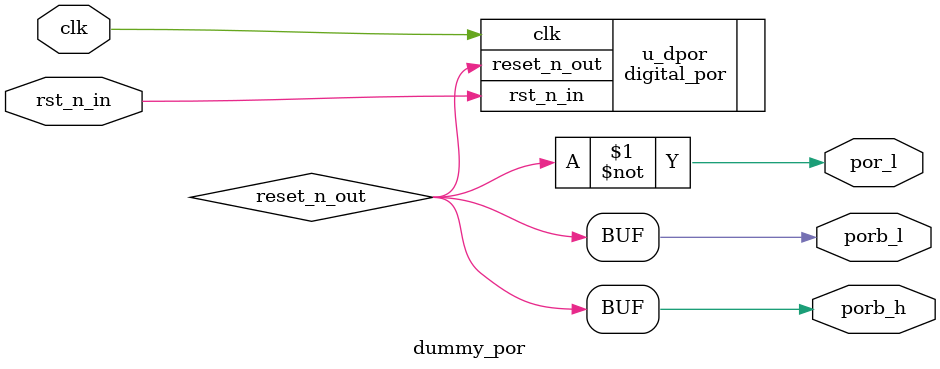
<source format=v>
module dummy_por (
`ifdef USE_POWER_PINS
    inout vdd3v3,
    inout vdd1v8,
    inout vss3v3,
    inout vss1v8,
`endif
    input  wire clk,        // NEW: clock input
    input  wire rst_n_in,   // NEW: external power-good/reset (active low)
    output wire porb_h,
    output wire porb_l,
    output wire por_l
);

    wire reset_n_out;

    // Instantiate your digital POR
    digital_por #(
        .N_CYCLES(1024)   // change this number later as needed
    ) u_dpor (
        .clk        (clk),
        .rst_n_in   (rst_n_in),
        .reset_n_out(reset_n_out)
    );

    // Map outputs exactly like the old simple_por did
    assign porb_h = reset_n_out;
    assign porb_l = reset_n_out;
    assign por_l  = ~reset_n_out;

endmodule

</source>
